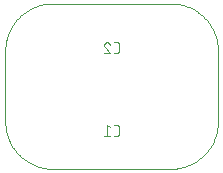
<source format=gbo>
G04 EAGLE Gerber RS-274X export*
G75*
%MOMM*%
%FSLAX35Y35*%
%LPD*%
%INsilk_bottom*%
%IPPOS*%
%AMOC8*
5,1,8,0,0,1.08239X$1,22.5*%
G01*
%ADD10C,0.000000*%
%ADD11C,0.076200*%


D10*
X400000Y0D02*
X1400000Y0D01*
X1800000Y400000D02*
X1800000Y1000000D01*
X1400000Y1400000D02*
X400000Y1400000D01*
X0Y1000000D02*
X0Y400000D01*
X1400000Y1400000D02*
X1409665Y1399883D01*
X1419325Y1399533D01*
X1428974Y1398949D01*
X1438606Y1398133D01*
X1448215Y1397084D01*
X1457796Y1395803D01*
X1467343Y1394290D01*
X1476851Y1392548D01*
X1486314Y1390576D01*
X1495726Y1388377D01*
X1505083Y1385950D01*
X1514378Y1383298D01*
X1523607Y1380423D01*
X1532763Y1377325D01*
X1541842Y1374006D01*
X1550838Y1370470D01*
X1559746Y1366717D01*
X1568560Y1362750D01*
X1577277Y1358571D01*
X1585889Y1354182D01*
X1594393Y1349587D01*
X1602784Y1344788D01*
X1611056Y1339787D01*
X1619205Y1334588D01*
X1627226Y1329194D01*
X1635114Y1323607D01*
X1642865Y1317831D01*
X1650474Y1311870D01*
X1657937Y1305726D01*
X1665249Y1299404D01*
X1672406Y1292907D01*
X1679405Y1286240D01*
X1686240Y1279405D01*
X1692907Y1272406D01*
X1699404Y1265249D01*
X1705726Y1257937D01*
X1711870Y1250474D01*
X1717831Y1242865D01*
X1723607Y1235114D01*
X1729194Y1227226D01*
X1734588Y1219205D01*
X1739787Y1211056D01*
X1744788Y1202784D01*
X1749587Y1194393D01*
X1754182Y1185889D01*
X1758571Y1177277D01*
X1762750Y1168560D01*
X1766717Y1159746D01*
X1770470Y1150838D01*
X1774006Y1141842D01*
X1777325Y1132763D01*
X1780423Y1123607D01*
X1783298Y1114378D01*
X1785950Y1105083D01*
X1788377Y1095726D01*
X1790576Y1086314D01*
X1792548Y1076851D01*
X1794290Y1067343D01*
X1795803Y1057796D01*
X1797084Y1048215D01*
X1798133Y1038606D01*
X1798949Y1028974D01*
X1799533Y1019325D01*
X1799883Y1009665D01*
X1800000Y1000000D01*
X400000Y1400000D02*
X390335Y1399883D01*
X380675Y1399533D01*
X371026Y1398949D01*
X361394Y1398133D01*
X351785Y1397084D01*
X342204Y1395803D01*
X332657Y1394290D01*
X323149Y1392548D01*
X313686Y1390576D01*
X304274Y1388377D01*
X294917Y1385950D01*
X285622Y1383298D01*
X276393Y1380423D01*
X267237Y1377325D01*
X258158Y1374006D01*
X249162Y1370470D01*
X240254Y1366717D01*
X231440Y1362750D01*
X222723Y1358571D01*
X214111Y1354182D01*
X205607Y1349587D01*
X197216Y1344788D01*
X188944Y1339787D01*
X180795Y1334588D01*
X172774Y1329194D01*
X164886Y1323607D01*
X157135Y1317831D01*
X149526Y1311870D01*
X142063Y1305726D01*
X134751Y1299404D01*
X127594Y1292907D01*
X120595Y1286240D01*
X113760Y1279405D01*
X107093Y1272406D01*
X100596Y1265249D01*
X94274Y1257937D01*
X88130Y1250474D01*
X82169Y1242865D01*
X76393Y1235114D01*
X70806Y1227226D01*
X65412Y1219205D01*
X60213Y1211056D01*
X55212Y1202784D01*
X50413Y1194393D01*
X45818Y1185889D01*
X41429Y1177277D01*
X37250Y1168560D01*
X33283Y1159746D01*
X29530Y1150838D01*
X25994Y1141842D01*
X22675Y1132763D01*
X19577Y1123607D01*
X16702Y1114378D01*
X14050Y1105083D01*
X11623Y1095726D01*
X9424Y1086314D01*
X7452Y1076851D01*
X5710Y1067343D01*
X4197Y1057796D01*
X2916Y1048215D01*
X1867Y1038606D01*
X1051Y1028974D01*
X467Y1019325D01*
X117Y1009665D01*
X0Y1000000D01*
X0Y400000D02*
X117Y390335D01*
X467Y380675D01*
X1051Y371026D01*
X1867Y361394D01*
X2916Y351785D01*
X4197Y342204D01*
X5710Y332657D01*
X7452Y323149D01*
X9424Y313686D01*
X11623Y304274D01*
X14050Y294917D01*
X16702Y285622D01*
X19577Y276393D01*
X22675Y267237D01*
X25994Y258158D01*
X29530Y249162D01*
X33283Y240254D01*
X37250Y231440D01*
X41429Y222723D01*
X45818Y214111D01*
X50413Y205607D01*
X55212Y197216D01*
X60213Y188944D01*
X65412Y180795D01*
X70806Y172774D01*
X76393Y164886D01*
X82169Y157135D01*
X88130Y149526D01*
X94274Y142063D01*
X100596Y134751D01*
X107093Y127594D01*
X113760Y120595D01*
X120595Y113760D01*
X127594Y107093D01*
X134751Y100596D01*
X142063Y94274D01*
X149526Y88130D01*
X157135Y82169D01*
X164886Y76393D01*
X172774Y70806D01*
X180795Y65412D01*
X188944Y60213D01*
X197216Y55212D01*
X205607Y50413D01*
X214111Y45818D01*
X222723Y41429D01*
X231440Y37250D01*
X240254Y33283D01*
X249162Y29530D01*
X258158Y25994D01*
X267237Y22675D01*
X276393Y19577D01*
X285622Y16702D01*
X294917Y14050D01*
X304274Y11623D01*
X313686Y9424D01*
X323149Y7452D01*
X332657Y5710D01*
X342204Y4197D01*
X351785Y2916D01*
X361394Y1867D01*
X371026Y1051D01*
X380675Y467D01*
X390335Y117D01*
X400000Y0D01*
X1400000Y0D02*
X1409665Y117D01*
X1419325Y467D01*
X1428974Y1051D01*
X1438606Y1867D01*
X1448215Y2916D01*
X1457796Y4197D01*
X1467343Y5710D01*
X1476851Y7452D01*
X1486314Y9424D01*
X1495726Y11623D01*
X1505083Y14050D01*
X1514378Y16702D01*
X1523607Y19577D01*
X1532763Y22675D01*
X1541842Y25994D01*
X1550838Y29530D01*
X1559746Y33283D01*
X1568560Y37250D01*
X1577277Y41429D01*
X1585889Y45818D01*
X1594393Y50413D01*
X1602784Y55212D01*
X1611056Y60213D01*
X1619205Y65412D01*
X1627226Y70806D01*
X1635114Y76393D01*
X1642865Y82169D01*
X1650474Y88130D01*
X1657937Y94274D01*
X1665249Y100596D01*
X1672406Y107093D01*
X1679405Y113760D01*
X1686240Y120595D01*
X1692907Y127594D01*
X1699404Y134751D01*
X1705726Y142063D01*
X1711870Y149526D01*
X1717831Y157135D01*
X1723607Y164886D01*
X1729194Y172774D01*
X1734588Y180795D01*
X1739787Y188944D01*
X1744788Y197216D01*
X1749587Y205607D01*
X1754182Y214111D01*
X1758571Y222723D01*
X1762750Y231440D01*
X1766717Y240254D01*
X1770470Y249162D01*
X1774006Y258158D01*
X1777325Y267237D01*
X1780423Y276393D01*
X1783298Y285622D01*
X1785950Y294917D01*
X1788377Y304274D01*
X1790576Y313686D01*
X1792548Y323149D01*
X1794290Y332657D01*
X1795803Y342204D01*
X1797084Y351785D01*
X1798133Y361394D01*
X1798949Y371026D01*
X1799533Y380675D01*
X1799883Y390335D01*
X1800000Y400000D01*
D11*
X942760Y278810D02*
X922231Y278810D01*
X942760Y278810D02*
X943256Y278816D01*
X943752Y278834D01*
X944247Y278864D01*
X944741Y278906D01*
X945234Y278960D01*
X945726Y279025D01*
X946216Y279103D01*
X946704Y279192D01*
X947190Y279294D01*
X947673Y279407D01*
X948153Y279531D01*
X948630Y279667D01*
X949104Y279815D01*
X949574Y279974D01*
X950040Y280144D01*
X950501Y280326D01*
X950959Y280518D01*
X951411Y280722D01*
X951858Y280936D01*
X952300Y281161D01*
X952737Y281397D01*
X953167Y281644D01*
X953592Y281900D01*
X954010Y282167D01*
X954422Y282444D01*
X954827Y282731D01*
X955224Y283027D01*
X955615Y283333D01*
X955998Y283648D01*
X956373Y283973D01*
X956741Y284306D01*
X957100Y284648D01*
X957451Y284999D01*
X957793Y285358D01*
X958126Y285726D01*
X958451Y286101D01*
X958766Y286484D01*
X959072Y286875D01*
X959368Y287272D01*
X959655Y287677D01*
X959932Y288089D01*
X960199Y288507D01*
X960455Y288932D01*
X960702Y289362D01*
X960938Y289799D01*
X961163Y290241D01*
X961377Y290688D01*
X961581Y291140D01*
X961773Y291598D01*
X961955Y292059D01*
X962125Y292525D01*
X962284Y292995D01*
X962432Y293469D01*
X962568Y293946D01*
X962692Y294426D01*
X962805Y294909D01*
X962907Y295395D01*
X962996Y295883D01*
X963074Y296373D01*
X963139Y296865D01*
X963193Y297358D01*
X963235Y297852D01*
X963265Y298347D01*
X963283Y298843D01*
X963289Y299339D01*
X963288Y299339D02*
X963288Y350661D01*
X963289Y350661D02*
X963283Y351157D01*
X963265Y351653D01*
X963235Y352148D01*
X963193Y352642D01*
X963139Y353135D01*
X963074Y353627D01*
X962996Y354117D01*
X962907Y354605D01*
X962805Y355091D01*
X962692Y355574D01*
X962568Y356054D01*
X962432Y356531D01*
X962284Y357005D01*
X962125Y357475D01*
X961955Y357941D01*
X961773Y358402D01*
X961581Y358860D01*
X961377Y359312D01*
X961163Y359759D01*
X960938Y360201D01*
X960702Y360638D01*
X960455Y361068D01*
X960199Y361493D01*
X959932Y361911D01*
X959655Y362323D01*
X959368Y362728D01*
X959072Y363125D01*
X958766Y363516D01*
X958451Y363899D01*
X958126Y364274D01*
X957793Y364642D01*
X957451Y365001D01*
X957100Y365352D01*
X956741Y365694D01*
X956373Y366027D01*
X955998Y366352D01*
X955615Y366667D01*
X955224Y366973D01*
X954827Y367269D01*
X954422Y367556D01*
X954010Y367833D01*
X953592Y368100D01*
X953167Y368356D01*
X952737Y368603D01*
X952300Y368839D01*
X951858Y369064D01*
X951411Y369278D01*
X950959Y369482D01*
X950501Y369674D01*
X950040Y369856D01*
X949574Y370026D01*
X949104Y370185D01*
X948630Y370333D01*
X948153Y370469D01*
X947673Y370593D01*
X947190Y370706D01*
X946704Y370808D01*
X946216Y370897D01*
X945726Y370975D01*
X945234Y371040D01*
X944741Y371094D01*
X944247Y371136D01*
X943752Y371166D01*
X943256Y371184D01*
X942760Y371190D01*
X922231Y371190D01*
X888034Y350661D02*
X862373Y371190D01*
X862373Y278810D01*
X888034Y278810D02*
X836712Y278810D01*
X922231Y978810D02*
X942760Y978810D01*
X943256Y978816D01*
X943752Y978834D01*
X944247Y978864D01*
X944741Y978906D01*
X945234Y978960D01*
X945726Y979025D01*
X946216Y979103D01*
X946704Y979192D01*
X947190Y979294D01*
X947673Y979407D01*
X948153Y979531D01*
X948630Y979667D01*
X949104Y979815D01*
X949574Y979974D01*
X950040Y980144D01*
X950501Y980326D01*
X950959Y980518D01*
X951411Y980722D01*
X951858Y980936D01*
X952300Y981161D01*
X952737Y981397D01*
X953167Y981644D01*
X953592Y981900D01*
X954010Y982167D01*
X954422Y982444D01*
X954827Y982731D01*
X955224Y983027D01*
X955615Y983333D01*
X955998Y983648D01*
X956373Y983973D01*
X956741Y984306D01*
X957100Y984648D01*
X957451Y984999D01*
X957793Y985358D01*
X958126Y985726D01*
X958451Y986101D01*
X958766Y986484D01*
X959072Y986875D01*
X959368Y987272D01*
X959655Y987677D01*
X959932Y988089D01*
X960199Y988507D01*
X960455Y988932D01*
X960702Y989362D01*
X960938Y989799D01*
X961163Y990241D01*
X961377Y990688D01*
X961581Y991140D01*
X961773Y991598D01*
X961955Y992059D01*
X962125Y992525D01*
X962284Y992995D01*
X962432Y993469D01*
X962568Y993946D01*
X962692Y994426D01*
X962805Y994909D01*
X962907Y995395D01*
X962996Y995883D01*
X963074Y996373D01*
X963139Y996865D01*
X963193Y997358D01*
X963235Y997852D01*
X963265Y998347D01*
X963283Y998843D01*
X963289Y999339D01*
X963288Y999339D02*
X963288Y1050661D01*
X963289Y1050661D02*
X963283Y1051157D01*
X963265Y1051653D01*
X963235Y1052148D01*
X963193Y1052642D01*
X963139Y1053135D01*
X963074Y1053627D01*
X962996Y1054117D01*
X962907Y1054605D01*
X962805Y1055091D01*
X962692Y1055574D01*
X962568Y1056054D01*
X962432Y1056531D01*
X962284Y1057005D01*
X962125Y1057475D01*
X961955Y1057941D01*
X961773Y1058402D01*
X961581Y1058860D01*
X961377Y1059312D01*
X961163Y1059759D01*
X960938Y1060201D01*
X960702Y1060638D01*
X960455Y1061068D01*
X960199Y1061493D01*
X959932Y1061911D01*
X959655Y1062323D01*
X959368Y1062728D01*
X959072Y1063125D01*
X958766Y1063516D01*
X958451Y1063899D01*
X958126Y1064274D01*
X957793Y1064642D01*
X957451Y1065001D01*
X957100Y1065352D01*
X956741Y1065694D01*
X956373Y1066027D01*
X955998Y1066352D01*
X955615Y1066667D01*
X955224Y1066973D01*
X954827Y1067269D01*
X954422Y1067556D01*
X954010Y1067833D01*
X953592Y1068100D01*
X953167Y1068356D01*
X952737Y1068603D01*
X952300Y1068839D01*
X951858Y1069064D01*
X951411Y1069278D01*
X950959Y1069482D01*
X950501Y1069674D01*
X950040Y1069856D01*
X949574Y1070026D01*
X949104Y1070185D01*
X948630Y1070333D01*
X948153Y1070469D01*
X947673Y1070593D01*
X947190Y1070706D01*
X946704Y1070808D01*
X946216Y1070897D01*
X945726Y1070975D01*
X945234Y1071040D01*
X944741Y1071094D01*
X944247Y1071136D01*
X943752Y1071166D01*
X943256Y1071184D01*
X942760Y1071190D01*
X922231Y1071190D01*
X859807Y1071190D02*
X859240Y1071183D01*
X858673Y1071162D01*
X858108Y1071127D01*
X857543Y1071079D01*
X856980Y1071016D01*
X856418Y1070940D01*
X855858Y1070850D01*
X855301Y1070746D01*
X854747Y1070629D01*
X854195Y1070498D01*
X853647Y1070353D01*
X853103Y1070195D01*
X852562Y1070024D01*
X852026Y1069840D01*
X851495Y1069642D01*
X850969Y1069432D01*
X850448Y1069209D01*
X849932Y1068973D01*
X849423Y1068724D01*
X848920Y1068463D01*
X848423Y1068190D01*
X847934Y1067904D01*
X847451Y1067607D01*
X846976Y1067298D01*
X846509Y1066977D01*
X846049Y1066645D01*
X845598Y1066302D01*
X845156Y1065948D01*
X844722Y1065583D01*
X844297Y1065207D01*
X843882Y1064821D01*
X843476Y1064426D01*
X843080Y1064020D01*
X842695Y1063605D01*
X842319Y1063180D01*
X841954Y1062746D01*
X841600Y1062304D01*
X841257Y1061853D01*
X840925Y1061393D01*
X840604Y1060926D01*
X840295Y1060451D01*
X839998Y1059968D01*
X839712Y1059478D01*
X839439Y1058982D01*
X839178Y1058479D01*
X838929Y1057969D01*
X838693Y1057454D01*
X838470Y1056933D01*
X838260Y1056407D01*
X838062Y1055875D01*
X837878Y1055339D01*
X837706Y1054799D01*
X837549Y1054255D01*
X837404Y1053707D01*
X837273Y1053155D01*
X837156Y1052601D01*
X837052Y1052043D01*
X836962Y1051484D01*
X836886Y1050922D01*
X836823Y1050359D01*
X836775Y1049794D01*
X836740Y1049228D01*
X836719Y1048662D01*
X836712Y1048095D01*
X859807Y1071190D02*
X860524Y1071181D01*
X861241Y1071155D01*
X861958Y1071112D01*
X862673Y1071051D01*
X863386Y1070973D01*
X864097Y1070878D01*
X864806Y1070766D01*
X865512Y1070636D01*
X866214Y1070490D01*
X866913Y1070327D01*
X867607Y1070146D01*
X868297Y1069949D01*
X868982Y1069736D01*
X869662Y1069506D01*
X870336Y1069259D01*
X871003Y1068996D01*
X871665Y1068718D01*
X872319Y1068423D01*
X872966Y1068112D01*
X873605Y1067786D01*
X874236Y1067445D01*
X874859Y1067089D01*
X875473Y1066717D01*
X876078Y1066331D01*
X876673Y1065930D01*
X877258Y1065515D01*
X877833Y1065086D01*
X878398Y1064643D01*
X878952Y1064187D01*
X879494Y1063717D01*
X880025Y1063235D01*
X880545Y1062739D01*
X881052Y1062232D01*
X881546Y1061712D01*
X882028Y1061180D01*
X882497Y1060637D01*
X882953Y1060083D01*
X883395Y1059518D01*
X883823Y1058942D01*
X884238Y1058356D01*
X884638Y1057760D01*
X885023Y1057155D01*
X885394Y1056541D01*
X885750Y1055918D01*
X886090Y1055286D01*
X886415Y1054646D01*
X886725Y1053999D01*
X887019Y1053345D01*
X887297Y1052683D01*
X887559Y1052015D01*
X887804Y1051341D01*
X888034Y1050661D01*
X844410Y1030132D02*
X843974Y1030557D01*
X843549Y1030993D01*
X843135Y1031439D01*
X842732Y1031895D01*
X842340Y1032361D01*
X841959Y1032836D01*
X841591Y1033321D01*
X841234Y1033814D01*
X840890Y1034316D01*
X840558Y1034826D01*
X840239Y1035345D01*
X839932Y1035870D01*
X839639Y1036404D01*
X839359Y1036944D01*
X839092Y1037491D01*
X838838Y1038045D01*
X838599Y1038604D01*
X838373Y1039169D01*
X838161Y1039740D01*
X837963Y1040315D01*
X837779Y1040896D01*
X837609Y1041480D01*
X837454Y1042069D01*
X837314Y1042661D01*
X837187Y1043257D01*
X837076Y1043855D01*
X836979Y1044456D01*
X836897Y1045059D01*
X836830Y1045664D01*
X836778Y1046271D01*
X836741Y1046878D01*
X836718Y1047486D01*
X836711Y1048095D01*
X844410Y1030132D02*
X888034Y978810D01*
X836712Y978810D01*
M02*

</source>
